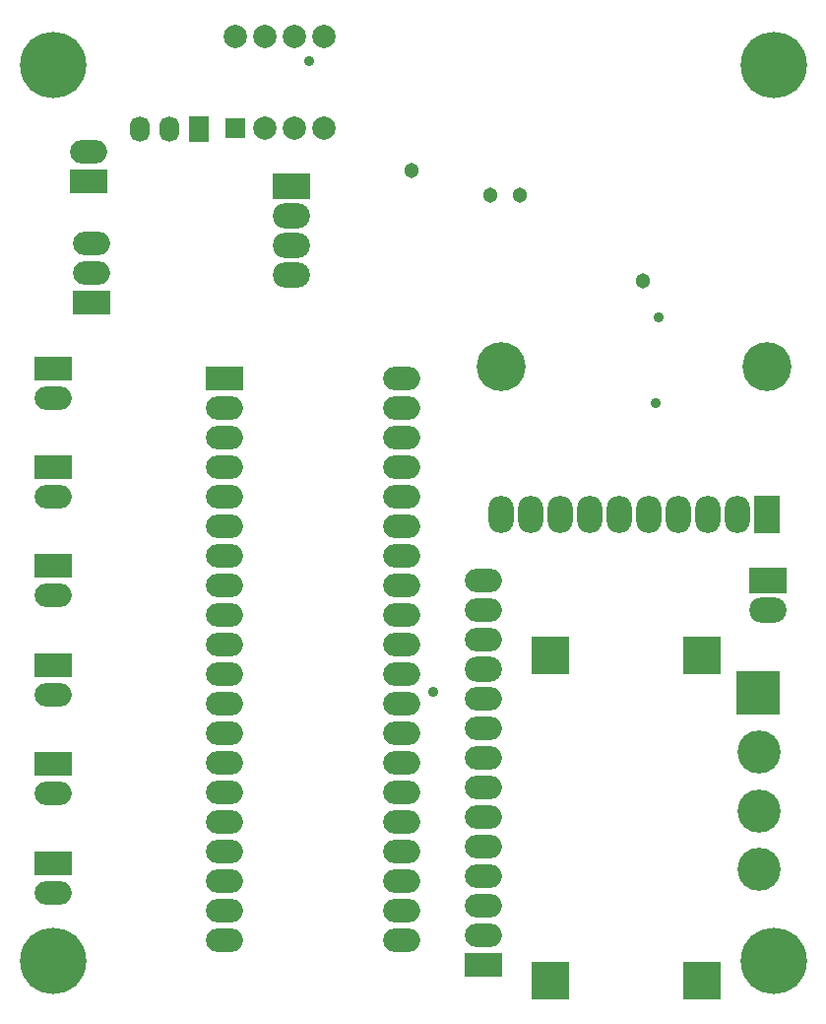
<source format=gbs>
G04*
G04 #@! TF.GenerationSoftware,Altium Limited,Altium Designer,21.3.2 (30)*
G04*
G04 Layer_Color=16711935*
%FSTAX24Y24*%
%MOIN*%
G70*
G04*
G04 #@! TF.SameCoordinates,B2E6FB57-DAF8-471C-B04C-D09EA4292E56*
G04*
G04*
G04 #@! TF.FilePolarity,Negative*
G04*
G01*
G75*
%ADD25R,0.0671X0.0671*%
%ADD27C,0.1655*%
%ADD28R,0.0867X0.1261*%
%ADD29O,0.0867X0.1261*%
%ADD30R,0.1261X0.1261*%
%ADD31O,0.1261X0.0789*%
%ADD32R,0.1261X0.0789*%
%ADD33O,0.1261X0.0789*%
%ADD34R,0.1261X0.0789*%
%ADD35O,0.1261X0.0867*%
%ADD36R,0.1261X0.0867*%
%ADD37O,0.0671X0.0867*%
%ADD38R,0.0671X0.0867*%
%ADD39C,0.0789*%
%ADD40C,0.1458*%
%ADD41R,0.1458X0.1458*%
%ADD42C,0.2245*%
%ADD43C,0.0356*%
%ADD44C,0.0513*%
D25*
X007752Y029736D02*
D03*
D27*
X02576Y021666D02*
D03*
X01676D02*
D03*
D28*
X02576Y016666D02*
D03*
D29*
X02476D02*
D03*
X02376D02*
D03*
X02276D02*
D03*
X02176D02*
D03*
X01676D02*
D03*
X01776D02*
D03*
X01876D02*
D03*
X01976D02*
D03*
X02076D02*
D03*
D30*
X023541Y000903D02*
D03*
Y011927D02*
D03*
X018423Y000903D02*
D03*
Y011927D02*
D03*
D31*
X013386Y002283D02*
D03*
Y003283D02*
D03*
Y004283D02*
D03*
Y005283D02*
D03*
Y006283D02*
D03*
Y007283D02*
D03*
Y008283D02*
D03*
Y009283D02*
D03*
Y010283D02*
D03*
Y011283D02*
D03*
Y012283D02*
D03*
Y013283D02*
D03*
Y014283D02*
D03*
Y015283D02*
D03*
Y016283D02*
D03*
Y017283D02*
D03*
Y018283D02*
D03*
Y019283D02*
D03*
Y020283D02*
D03*
Y021283D02*
D03*
X007386Y002283D02*
D03*
Y003283D02*
D03*
Y004283D02*
D03*
Y005283D02*
D03*
Y006283D02*
D03*
Y007283D02*
D03*
Y008283D02*
D03*
Y009283D02*
D03*
Y010283D02*
D03*
Y011283D02*
D03*
Y012283D02*
D03*
Y013283D02*
D03*
Y014283D02*
D03*
Y015283D02*
D03*
Y016283D02*
D03*
Y017283D02*
D03*
Y018283D02*
D03*
Y019283D02*
D03*
Y020283D02*
D03*
X002874Y024843D02*
D03*
Y025843D02*
D03*
X002795Y028937D02*
D03*
D32*
X007386Y021283D02*
D03*
X002874Y023843D02*
D03*
X002795Y027937D02*
D03*
D33*
X001575Y007232D02*
D03*
Y003882D02*
D03*
Y013931D02*
D03*
Y02063D02*
D03*
Y01728D02*
D03*
Y010581D02*
D03*
X016142Y014449D02*
D03*
Y013449D02*
D03*
Y012449D02*
D03*
Y010449D02*
D03*
Y009449D02*
D03*
Y008449D02*
D03*
Y007449D02*
D03*
Y006449D02*
D03*
Y005449D02*
D03*
Y004449D02*
D03*
Y003449D02*
D03*
Y002449D02*
D03*
D34*
X001575Y008231D02*
D03*
Y004882D02*
D03*
Y014931D02*
D03*
Y02163D02*
D03*
Y01828D02*
D03*
Y011581D02*
D03*
X016142Y001449D02*
D03*
D35*
X009646Y024787D02*
D03*
Y026787D02*
D03*
Y025787D02*
D03*
X025787Y013449D02*
D03*
X016142Y011449D02*
D03*
D36*
X009646Y027787D02*
D03*
X025787Y014449D02*
D03*
D37*
X004512Y029724D02*
D03*
X005512D02*
D03*
D38*
X006512D02*
D03*
D39*
X007752Y032862D02*
D03*
X008752D02*
D03*
X009752D02*
D03*
X010752D02*
D03*
Y029736D02*
D03*
X009752D02*
D03*
X008752D02*
D03*
D40*
X025472Y004671D02*
D03*
Y006661D02*
D03*
Y008661D02*
D03*
D41*
X025452Y010661D02*
D03*
D42*
X001575Y03189D02*
D03*
X025984Y001575D02*
D03*
Y03189D02*
D03*
X001575Y001575D02*
D03*
D43*
X014449Y010669D02*
D03*
X02199Y02046D02*
D03*
X022071Y023346D02*
D03*
X010236Y032008D02*
D03*
D44*
X01373Y02833D02*
D03*
X02154Y02459D02*
D03*
X016378Y02748D02*
D03*
X017402D02*
D03*
M02*

</source>
